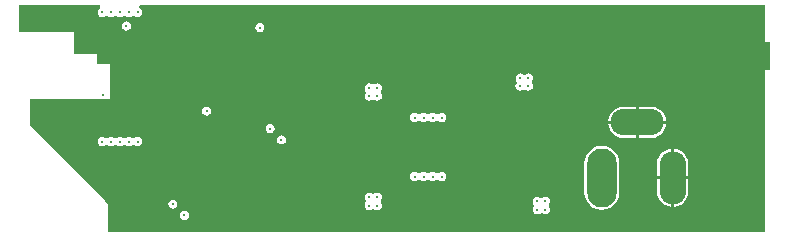
<source format=gbr>
%TF.GenerationSoftware,Altium Limited,Altium Designer,18.1.11 (251)*%
G04 Layer_Physical_Order=2*
G04 Layer_Color=16440176*
%FSLAX26Y26*%
%MOIN*%
%TF.FileFunction,Copper,L2,Inr,Signal*%
%TF.Part,Single*%
G01*
G75*
%TA.AperFunction,ComponentPad*%
%ADD42O,0.177165X0.088583*%
%ADD43O,0.088583X0.177165*%
%ADD44O,0.098425X0.196850*%
%TA.AperFunction,ViaPad*%
%ADD46C,0.010000*%
G36*
X2740612Y649606D02*
X2755905D01*
Y555118D01*
X2740612D01*
Y15293D01*
X549742D01*
Y106299D01*
X548578Y112152D01*
X545263Y117114D01*
X289370Y373006D01*
X289370Y460630D01*
X525417Y460630D01*
X526942Y459611D01*
X532795Y458446D01*
X538648Y459611D01*
X540173Y460630D01*
X557480D01*
X557480Y575787D01*
X513779D01*
Y610236D01*
X438976D01*
Y683071D01*
X253482D01*
Y772108D01*
X524392D01*
X525643Y762161D01*
X520682Y758846D01*
X517366Y753884D01*
X516202Y748032D01*
X517366Y742179D01*
X520682Y737217D01*
X525643Y733902D01*
X531496Y732738D01*
X537349Y733902D01*
X542311Y737217D01*
X550209D01*
X555171Y733902D01*
X561024Y732738D01*
X566876Y733902D01*
X571838Y737217D01*
X579737D01*
X584699Y733902D01*
X590551Y732738D01*
X596404Y733902D01*
X601366Y737217D01*
X609265D01*
X614226Y733902D01*
X620079Y732738D01*
X625932Y733902D01*
X630893Y737217D01*
X638792D01*
X643754Y733902D01*
X649606Y732738D01*
X655459Y733902D01*
X660421Y737217D01*
X663736Y742179D01*
X664900Y748032D01*
X663736Y753884D01*
X660421Y758846D01*
X655459Y762161D01*
X656711Y772108D01*
X2740612Y772108D01*
Y649606D01*
D02*
G37*
%LPC*%
G36*
X612205Y718050D02*
X606352Y716886D01*
X601390Y713570D01*
X598075Y708609D01*
X596911Y702756D01*
X598075Y696903D01*
X601390Y691942D01*
X606352Y688626D01*
X612205Y687462D01*
X618057Y688626D01*
X623019Y691942D01*
X626334Y696903D01*
X627499Y702756D01*
X626334Y708609D01*
X623019Y713570D01*
X618057Y716886D01*
X612205Y718050D01*
D02*
G37*
G36*
X1057087Y713129D02*
X1051234Y711965D01*
X1046272Y708649D01*
X1042957Y703688D01*
X1041793Y697835D01*
X1042957Y691982D01*
X1046272Y687020D01*
X1051234Y683705D01*
X1057087Y682541D01*
X1062939Y683705D01*
X1067901Y687020D01*
X1071216Y691982D01*
X1072380Y697835D01*
X1071216Y703688D01*
X1067901Y708649D01*
X1062939Y711965D01*
X1057087Y713129D01*
D02*
G37*
G36*
X1951772Y545806D02*
X1945919Y544641D01*
X1940957Y541326D01*
X1936011D01*
X1931050Y544641D01*
X1925197Y545806D01*
X1919344Y544641D01*
X1914382Y541326D01*
X1911067Y536365D01*
X1909903Y530512D01*
X1911067Y524659D01*
X1911262Y524367D01*
X1913398Y513767D01*
X1910083Y508805D01*
X1908919Y502953D01*
X1910083Y497100D01*
X1913398Y492138D01*
X1918360Y488823D01*
X1924213Y487659D01*
X1930065Y488823D01*
X1930812Y489322D01*
X1937992Y491315D01*
X1945172Y489322D01*
X1945919Y488823D01*
X1951772Y487659D01*
X1957624Y488823D01*
X1962586Y492138D01*
X1965901Y497100D01*
X1967066Y502953D01*
X1965901Y508805D01*
X1965402Y509552D01*
X1963409Y516732D01*
X1965402Y523912D01*
X1965901Y524659D01*
X1967066Y530512D01*
X1965901Y536365D01*
X1962586Y541326D01*
X1957624Y544641D01*
X1951772Y545806D01*
D02*
G37*
G36*
X1448819Y512341D02*
X1442966Y511177D01*
X1442219Y510678D01*
X1435039Y508685D01*
X1427859Y510678D01*
X1427113Y511177D01*
X1421260Y512341D01*
X1415407Y511177D01*
X1410446Y507862D01*
X1407130Y502900D01*
X1405966Y497047D01*
X1407130Y491195D01*
X1407631Y490445D01*
X1410450Y480303D01*
X1407135Y475341D01*
X1405971Y469488D01*
X1407135Y463635D01*
X1410450Y458674D01*
X1415412Y455358D01*
X1421265Y454194D01*
X1427118Y455358D01*
X1427861Y455855D01*
X1435042Y457851D01*
X1442223Y455855D01*
X1442966Y455358D01*
X1448819Y454194D01*
X1454672Y455358D01*
X1459633Y458674D01*
X1462949Y463635D01*
X1464113Y469488D01*
X1462949Y475341D01*
X1462450Y476088D01*
X1460457Y483268D01*
X1462450Y490448D01*
X1462949Y491195D01*
X1464113Y497047D01*
X1462949Y502900D01*
X1459633Y507862D01*
X1454672Y511177D01*
X1448819Y512341D01*
D02*
G37*
G36*
X1663386Y412932D02*
X1657533Y411767D01*
X1652571Y408452D01*
X1644016D01*
X1639055Y411767D01*
X1633202Y412932D01*
X1627349Y411767D01*
X1622388Y408452D01*
X1613833D01*
X1608871Y411767D01*
X1603018Y412932D01*
X1597166Y411767D01*
X1592204Y408452D01*
X1583649D01*
X1578687Y411767D01*
X1572835Y412932D01*
X1566982Y411767D01*
X1562020Y408452D01*
X1558705Y403490D01*
X1557541Y397638D01*
X1558705Y391785D01*
X1562020Y386823D01*
X1566982Y383508D01*
X1572835Y382344D01*
X1578687Y383508D01*
X1583649Y386823D01*
X1592204D01*
X1597166Y383508D01*
X1603018Y382344D01*
X1608871Y383508D01*
X1613833Y386823D01*
X1622388D01*
X1627349Y383508D01*
X1633202Y382344D01*
X1639055Y383508D01*
X1644016Y386823D01*
X1652571D01*
X1657533Y383508D01*
X1663386Y382344D01*
X1669238Y383508D01*
X1674200Y386823D01*
X1677515Y391785D01*
X1678680Y397638D01*
X1677515Y403490D01*
X1674200Y408452D01*
X1669238Y411767D01*
X1663386Y412932D01*
D02*
G37*
G36*
X879921Y434585D02*
X874069Y433421D01*
X869107Y430106D01*
X865792Y425144D01*
X864627Y419291D01*
X865792Y413439D01*
X869107Y408477D01*
X874069Y405162D01*
X879921Y403998D01*
X885774Y405162D01*
X890736Y408477D01*
X894051Y413439D01*
X895215Y419291D01*
X894051Y425144D01*
X890736Y430106D01*
X885774Y433421D01*
X879921Y434585D01*
D02*
G37*
G36*
X2359252Y434632D02*
X2319960D01*
Y386890D01*
X2411336D01*
X2410197Y395541D01*
X2404928Y408261D01*
X2396547Y419185D01*
X2385623Y427566D01*
X2372903Y432835D01*
X2359252Y434632D01*
D02*
G37*
G36*
X2309960D02*
X2270669D01*
X2257018Y432835D01*
X2244298Y427566D01*
X2233375Y419185D01*
X2224993Y408261D01*
X2219724Y395541D01*
X2218585Y386890D01*
X2309960D01*
Y434632D01*
D02*
G37*
G36*
X1091535Y376514D02*
X1085683Y375350D01*
X1080721Y372035D01*
X1077406Y367073D01*
X1076242Y361221D01*
X1077406Y355368D01*
X1080721Y350406D01*
X1085683Y347091D01*
X1091535Y345927D01*
X1097388Y347091D01*
X1102350Y350406D01*
X1105665Y355368D01*
X1106829Y361221D01*
X1105665Y367073D01*
X1102350Y372035D01*
X1097388Y375350D01*
X1091535Y376514D01*
D02*
G37*
G36*
X2411336Y376890D02*
X2319960D01*
Y329147D01*
X2359252D01*
X2372903Y330945D01*
X2385623Y336214D01*
X2396547Y344595D01*
X2404928Y355519D01*
X2410197Y368239D01*
X2411336Y376890D01*
D02*
G37*
G36*
X2309960D02*
X2218585D01*
X2219724Y368239D01*
X2224993Y355519D01*
X2233375Y344595D01*
X2244298Y336214D01*
X2257018Y330945D01*
X2270669Y329147D01*
X2309960D01*
Y376890D01*
D02*
G37*
G36*
X649606Y333207D02*
X643754Y332043D01*
X638792Y328728D01*
X630893D01*
X625932Y332043D01*
X620079Y333207D01*
X614226Y332043D01*
X609264Y328728D01*
X601366D01*
X596404Y332043D01*
X590551Y333207D01*
X584699Y332043D01*
X579737Y328728D01*
X571838D01*
X566876Y332043D01*
X561024Y333207D01*
X555171Y332043D01*
X550209Y328728D01*
X542310D01*
X537349Y332043D01*
X531496Y333207D01*
X525643Y332043D01*
X520682Y328728D01*
X517366Y323766D01*
X516202Y317913D01*
X517366Y312061D01*
X520682Y307099D01*
X525643Y303784D01*
X531496Y302620D01*
X537349Y303784D01*
X542311Y307099D01*
X550209D01*
X555171Y303784D01*
X561024Y302620D01*
X566876Y303784D01*
X571838Y307099D01*
X579737D01*
X584699Y303784D01*
X590551Y302620D01*
X596404Y303784D01*
X601366Y307099D01*
X609265D01*
X614226Y303784D01*
X620079Y302620D01*
X625932Y303784D01*
X630893Y307099D01*
X638792D01*
X643754Y303784D01*
X649606Y302620D01*
X655459Y303784D01*
X660421Y307099D01*
X663736Y312061D01*
X664900Y317913D01*
X663736Y323766D01*
X660421Y328728D01*
X655459Y332043D01*
X649606Y333207D01*
D02*
G37*
G36*
X1128937Y339113D02*
X1123084Y337949D01*
X1118123Y334633D01*
X1114807Y329672D01*
X1113643Y323819D01*
X1114807Y317966D01*
X1118123Y313005D01*
X1123084Y309689D01*
X1128937Y308525D01*
X1134790Y309689D01*
X1139751Y313005D01*
X1143067Y317966D01*
X1144231Y323819D01*
X1143067Y329672D01*
X1139751Y334633D01*
X1134790Y337949D01*
X1128937Y339113D01*
D02*
G37*
G36*
X1663386Y216081D02*
X1657533Y214917D01*
X1652571Y211602D01*
X1644016D01*
X1639055Y214917D01*
X1633202Y216081D01*
X1627349Y214917D01*
X1622388Y211602D01*
X1613833D01*
X1608871Y214917D01*
X1603018Y216081D01*
X1597166Y214917D01*
X1592204Y211602D01*
X1583649D01*
X1578687Y214917D01*
X1572835Y216081D01*
X1566982Y214917D01*
X1562020Y211602D01*
X1558705Y206640D01*
X1557541Y200787D01*
X1558705Y194935D01*
X1562020Y189973D01*
X1566982Y186658D01*
X1572835Y185494D01*
X1578687Y186658D01*
X1583649Y189973D01*
X1592204D01*
X1597166Y186658D01*
X1603018Y185494D01*
X1608871Y186658D01*
X1613833Y189973D01*
X1622388D01*
X1627349Y186658D01*
X1633202Y185494D01*
X1639055Y186658D01*
X1644016Y189973D01*
X1652571D01*
X1657533Y186658D01*
X1663386Y185494D01*
X1669238Y186658D01*
X1674200Y189973D01*
X1677515Y194935D01*
X1678680Y200787D01*
X1677515Y206640D01*
X1674200Y211602D01*
X1669238Y214917D01*
X1663386Y216081D01*
D02*
G37*
G36*
X2438071Y293226D02*
Y201851D01*
X2485813D01*
Y241142D01*
X2484016Y254793D01*
X2478747Y267513D01*
X2470365Y278437D01*
X2459442Y286818D01*
X2446722Y292087D01*
X2438071Y293226D01*
D02*
G37*
G36*
X2428071D02*
X2419420Y292087D01*
X2406700Y286818D01*
X2395776Y278437D01*
X2387395Y267513D01*
X2382126Y254793D01*
X2380328Y241142D01*
Y201851D01*
X2428071D01*
Y293226D01*
D02*
G37*
G36*
X1448819Y147184D02*
X1442966Y146019D01*
X1442223Y145523D01*
X1435042Y143528D01*
X1427861Y145523D01*
X1427117Y146019D01*
X1421264Y147184D01*
X1415412Y146019D01*
X1410450Y142704D01*
X1407135Y137743D01*
X1405971Y131890D01*
X1407135Y126037D01*
X1407634Y125290D01*
X1409627Y118110D01*
X1407634Y110930D01*
X1407135Y110183D01*
X1405971Y104331D01*
X1407135Y98478D01*
X1410450Y93516D01*
X1415412Y90201D01*
X1421264Y89037D01*
X1427117Y90201D01*
X1427861Y90698D01*
X1435042Y92693D01*
X1442223Y90698D01*
X1442966Y90201D01*
X1448819Y89037D01*
X1454672Y90201D01*
X1459633Y93516D01*
X1462949Y98478D01*
X1464113Y104331D01*
X1462949Y110183D01*
X1462450Y110930D01*
X1460457Y118110D01*
X1462450Y125290D01*
X1462949Y126037D01*
X1464113Y131890D01*
X1462949Y137743D01*
X1459633Y142704D01*
X1454672Y146019D01*
X1448819Y147184D01*
D02*
G37*
G36*
X2008858Y133399D02*
X2003006Y132235D01*
X1998044Y128920D01*
X1992113D01*
X1987152Y132235D01*
X1981299Y133399D01*
X1975447Y132235D01*
X1970485Y128920D01*
X1967169Y123958D01*
X1966005Y118106D01*
X1967169Y112253D01*
X1967668Y111506D01*
X1969662Y104326D01*
X1967668Y97146D01*
X1967169Y96399D01*
X1966005Y90546D01*
X1967169Y84694D01*
X1970485Y79732D01*
X1975447Y76417D01*
X1981299Y75252D01*
X1987152Y76417D01*
X1987901Y76917D01*
X1998044Y79737D01*
X2003006Y76421D01*
X2008858Y75257D01*
X2014711Y76421D01*
X2019673Y79737D01*
X2022988Y84698D01*
X2024152Y90551D01*
X2022988Y96404D01*
X2022491Y97147D01*
X2020496Y104328D01*
X2022491Y111509D01*
X2022988Y112253D01*
X2024152Y118106D01*
X2022988Y123958D01*
X2019673Y128920D01*
X2014711Y132235D01*
X2008858Y133399D01*
D02*
G37*
G36*
X2485813Y191851D02*
X2438071D01*
Y100475D01*
X2446722Y101614D01*
X2459442Y106883D01*
X2470365Y115264D01*
X2478747Y126188D01*
X2484016Y138908D01*
X2485813Y152559D01*
Y191851D01*
D02*
G37*
G36*
X2428071D02*
X2380328D01*
Y152559D01*
X2382126Y138908D01*
X2387395Y126188D01*
X2395776Y115264D01*
X2406700Y106883D01*
X2419420Y101614D01*
X2428071Y100475D01*
Y191851D01*
D02*
G37*
G36*
X766732Y124546D02*
X760880Y123382D01*
X755918Y120067D01*
X752602Y115105D01*
X751438Y109252D01*
X752602Y103399D01*
X755918Y98438D01*
X760880Y95122D01*
X766732Y93958D01*
X772585Y95122D01*
X777547Y98438D01*
X780862Y103399D01*
X782026Y109252D01*
X780862Y115105D01*
X777547Y120067D01*
X772585Y123382D01*
X766732Y124546D01*
D02*
G37*
G36*
X2196850Y303769D02*
X2181915Y301803D01*
X2167997Y296038D01*
X2156046Y286868D01*
X2146875Y274916D01*
X2141110Y260999D01*
X2139144Y246063D01*
Y147638D01*
X2141110Y132702D01*
X2146875Y118785D01*
X2156046Y106833D01*
X2167997Y97663D01*
X2181915Y91898D01*
X2196850Y89932D01*
X2211786Y91898D01*
X2225704Y97663D01*
X2237655Y106833D01*
X2246825Y118785D01*
X2252590Y132702D01*
X2254557Y147638D01*
Y246063D01*
X2252590Y260999D01*
X2246825Y274916D01*
X2237655Y286868D01*
X2225704Y296038D01*
X2211786Y301803D01*
X2196850Y303769D01*
D02*
G37*
G36*
X805118Y87144D02*
X799265Y85980D01*
X794304Y82665D01*
X790988Y77703D01*
X789824Y71850D01*
X790988Y65998D01*
X794304Y61036D01*
X799265Y57721D01*
X805118Y56557D01*
X810971Y57721D01*
X815933Y61036D01*
X819248Y65998D01*
X820412Y71850D01*
X819248Y77703D01*
X815933Y82665D01*
X810971Y85980D01*
X805118Y87144D01*
D02*
G37*
%LPD*%
D42*
X2314961Y381890D02*
D03*
D43*
X2433071Y196851D02*
D03*
D44*
X2196850D02*
D03*
D46*
X759843Y27559D02*
D03*
X2630906Y568346D02*
D03*
X1777559Y224409D02*
D03*
X1726378D02*
D03*
X1777559Y377953D02*
D03*
X1726378D02*
D03*
X1448819Y469488D02*
D03*
X1448819Y497047D02*
D03*
X1421265Y469488D02*
D03*
X1421260Y497047D02*
D03*
X1421264Y104331D02*
D03*
X1448819D02*
D03*
X1421264Y131890D02*
D03*
X1448819D02*
D03*
X2008858Y90551D02*
D03*
X1951772Y530512D02*
D03*
X1925197D02*
D03*
X1951772Y502953D02*
D03*
X1924213D02*
D03*
X1663386Y200787D02*
D03*
X1633202D02*
D03*
X1603018D02*
D03*
X1572835D02*
D03*
X1663386Y397638D02*
D03*
X1633202D02*
D03*
X1603018D02*
D03*
X1572835D02*
D03*
X2008858Y118106D02*
D03*
X1981299Y90546D02*
D03*
Y118106D02*
D03*
X728661Y669291D02*
D03*
X450787Y314961D02*
D03*
X531496Y748032D02*
D03*
X411418Y354331D02*
D03*
X372048Y393701D02*
D03*
X332678Y433071D02*
D03*
X372048Y433071D02*
D03*
X411418Y433071D02*
D03*
X313991Y365176D02*
D03*
X411418Y393701D02*
D03*
X450788Y433071D02*
D03*
X2728342Y421259D02*
D03*
Y303149D02*
D03*
Y342519D02*
D03*
Y381889D02*
D03*
Y263779D02*
D03*
Y106299D02*
D03*
Y145669D02*
D03*
Y185039D02*
D03*
Y224409D02*
D03*
Y66929D02*
D03*
X2610232Y27559D02*
D03*
X2649602D02*
D03*
X2688972D02*
D03*
X2728342D02*
D03*
X2570862D02*
D03*
X799213D02*
D03*
X838583D02*
D03*
X877953D02*
D03*
X917323D02*
D03*
X956693D02*
D03*
X996063D02*
D03*
X1192913D02*
D03*
X1153543D02*
D03*
X1114173D02*
D03*
X1074803D02*
D03*
X1035433D02*
D03*
X1389762D02*
D03*
X1429132D02*
D03*
X1350393D02*
D03*
X1311023D02*
D03*
X1271653D02*
D03*
X1232283D02*
D03*
X1704722D02*
D03*
X1744092D02*
D03*
X1783462D02*
D03*
X1822832D02*
D03*
X1862202D02*
D03*
X1665352D02*
D03*
X1625982D02*
D03*
X1586612D02*
D03*
X1547242D02*
D03*
X1507872D02*
D03*
X1468502D02*
D03*
X2137792D02*
D03*
X2177162D02*
D03*
X2216532D02*
D03*
X2255902D02*
D03*
X2295272D02*
D03*
X2098422D02*
D03*
X2059052D02*
D03*
X2019682D02*
D03*
X1980312D02*
D03*
X1940942D02*
D03*
X1901572D02*
D03*
X2334642D02*
D03*
X2374012D02*
D03*
X2531492D02*
D03*
X2492122D02*
D03*
X2452752D02*
D03*
X2413382D02*
D03*
X2364485Y759842D02*
D03*
X2403854D02*
D03*
X2443224D02*
D03*
X2482595D02*
D03*
X2325115D02*
D03*
X2285744D02*
D03*
X1852675D02*
D03*
X1892044D02*
D03*
X1931415D02*
D03*
X1970784D02*
D03*
X2010155D02*
D03*
X2049524D02*
D03*
X2246374D02*
D03*
X2207005D02*
D03*
X2167635D02*
D03*
X2128265D02*
D03*
X2088894D02*
D03*
X1419604D02*
D03*
X1458975D02*
D03*
X1498344D02*
D03*
X1537715D02*
D03*
X1577084D02*
D03*
X1616455D02*
D03*
X1813304D02*
D03*
X1773935D02*
D03*
X1734564D02*
D03*
X1695195D02*
D03*
X1655824D02*
D03*
X1183385D02*
D03*
X1222755D02*
D03*
X1262125D02*
D03*
X1301495D02*
D03*
X1340865D02*
D03*
X1380235D02*
D03*
X986535D02*
D03*
X1025905D02*
D03*
X1065275D02*
D03*
X1104645D02*
D03*
X1144015D02*
D03*
X947165D02*
D03*
X907795D02*
D03*
X868425D02*
D03*
X829055D02*
D03*
X789685D02*
D03*
X450787Y629921D02*
D03*
X722441Y118110D02*
D03*
X649606Y317913D02*
D03*
X531496D02*
D03*
X561024D02*
D03*
X590551D02*
D03*
X620079D02*
D03*
X649606Y748032D02*
D03*
X561024D02*
D03*
X590551D02*
D03*
X620079D02*
D03*
X2730905Y568346D02*
D03*
X2680905D02*
D03*
X2580906D02*
D03*
Y636362D02*
D03*
X2630906D02*
D03*
X2680905D02*
D03*
X2730905D02*
D03*
X886370Y576108D02*
D03*
X946370D02*
D03*
X1006370D02*
D03*
X1066370D02*
D03*
X1126370D02*
D03*
X1186370D02*
D03*
X1246370D02*
D03*
X1306370D02*
D03*
X1366370D02*
D03*
X1426370D02*
D03*
X1486370D02*
D03*
X1546370D02*
D03*
X1606370D02*
D03*
X1666370D02*
D03*
X1726370D02*
D03*
X1786370D02*
D03*
X1846370D02*
D03*
X1906370D02*
D03*
X1966370D02*
D03*
X2026370D02*
D03*
X2086370D02*
D03*
X2146370D02*
D03*
X2206370D02*
D03*
X2266370D02*
D03*
X2326370D02*
D03*
X2386370D02*
D03*
X2446370D02*
D03*
X2506370D02*
D03*
X2483554Y628617D02*
D03*
X2423554D02*
D03*
X2363554D02*
D03*
X2303554D02*
D03*
X2243554D02*
D03*
X2183554D02*
D03*
X2123554D02*
D03*
X2063554D02*
D03*
X2003554D02*
D03*
X1943554D02*
D03*
X1883554D02*
D03*
X1823554D02*
D03*
X1763554D02*
D03*
X1703554D02*
D03*
X1643554D02*
D03*
X1583554D02*
D03*
X1523554D02*
D03*
X1463554D02*
D03*
X1403554D02*
D03*
X1343554D02*
D03*
X1283554D02*
D03*
X1223554D02*
D03*
X1163554D02*
D03*
X1103554D02*
D03*
X1043554D02*
D03*
X983554D02*
D03*
X923554D02*
D03*
X863554D02*
D03*
X1057087Y697835D02*
D03*
X1907480Y301181D02*
D03*
X1461614Y301255D02*
D03*
X1506889Y301181D02*
D03*
X1907480Y261811D02*
D03*
X723425Y393701D02*
D03*
Y354331D02*
D03*
X879921Y419291D02*
D03*
X1141732Y428150D02*
D03*
X710945Y759842D02*
D03*
X750315D02*
D03*
X1091535Y361221D02*
D03*
X1128937Y323819D02*
D03*
X766732Y109252D02*
D03*
X805118Y71850D02*
D03*
X875984D02*
D03*
X912402Y109252D02*
D03*
X342250Y340821D02*
D03*
X370089Y312982D02*
D03*
X397927Y285144D02*
D03*
X425766Y257305D02*
D03*
X453605Y229466D02*
D03*
X481444Y201627D02*
D03*
X509283Y173788D02*
D03*
X537122Y145949D02*
D03*
X1091535Y214567D02*
D03*
X1128937Y252953D02*
D03*
X919291Y462599D02*
D03*
X590551Y531489D02*
D03*
X450787Y354331D02*
D03*
X612205Y702756D02*
D03*
X532795Y473740D02*
D03*
X683071Y118110D02*
D03*
X643701D02*
D03*
X604331D02*
D03*
X450787Y393701D02*
D03*
X564961Y118110D02*
D03*
X450787Y669291D02*
D03*
Y748032D02*
D03*
X723425Y433071D02*
D03*
X450787Y708661D02*
D03*
X728661Y629921D02*
D03*
Y708661D02*
D03*
%TF.MD5,4d03d34f96b1d240d0085b9a5f58b9e5*%
M02*

</source>
